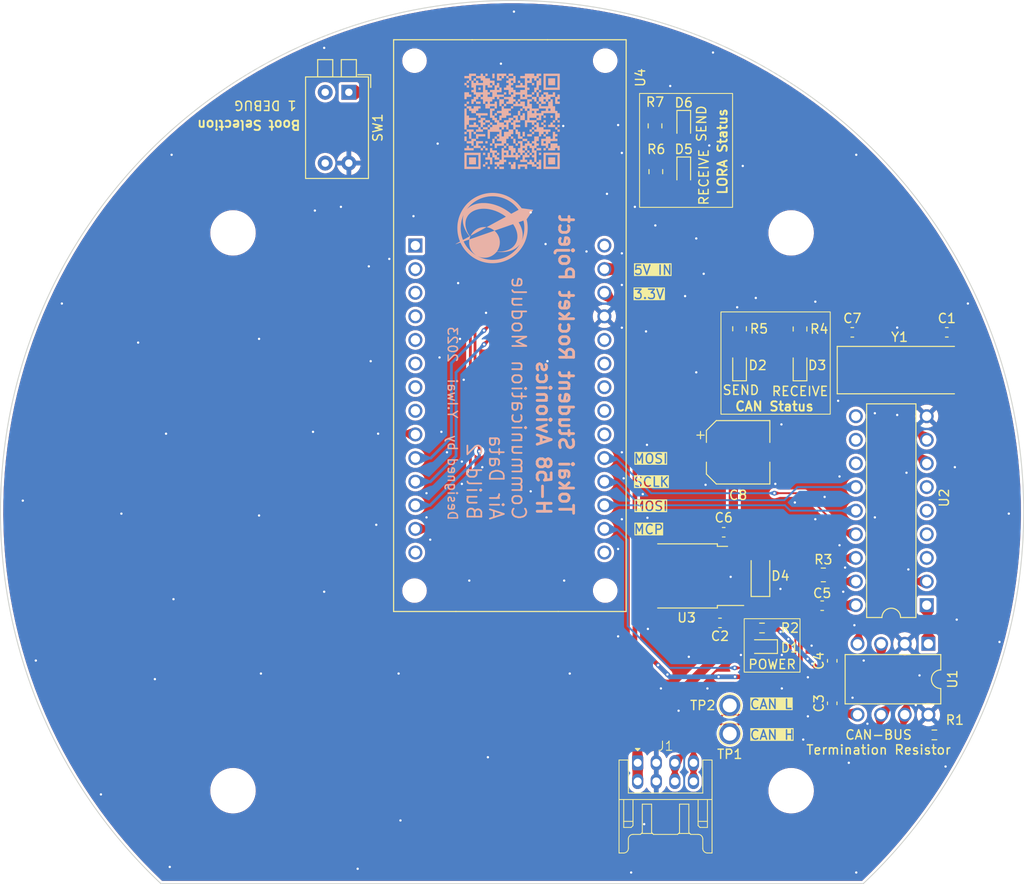
<source format=kicad_pcb>
(kicad_pcb (version 20221018) (generator pcbnew)
  (layers (0 "F.Cu" signal) (31 "B.Cu" signal) (34 "B.Paste" user) (35 "F.Paste" user) (36 "B.SilkS" user "B.Silkscreen") (37 "F.SilkS" user "F.Silkscreen") (38 "B.Mask" user) (39 "F.Mask" user) (44 "Edge.Cuts" user))
  (net 0 "")
  (net 1 "CAN_H")
  (net 2 "GND")
  (net 3 "+5V")
  (net 4 "CAN_L")
  (net 5 "+3.3V")
  (net 6 "CAN_TX")
  (net 7 "CAN_RX")
  (net 8 "OSC1")
  (net 9 "OSC2")
  (net 10 "SPI_CS_MCP")
  (net 11 "SPI_MOSI")
  (net 12 "SPI_SCLK")
  (net 13 "SPI_MISO")
  (net 14 "Net-(D6-A)")
  (net 15 "Net-(U2-~RESET)")
  (net 27 "Net-(D1-A)")
  (net 28 "Net-(D2-A)")
  (net 29 "Net-(D3-A)")
  (net 31 "Net-(D5-A)")
  (net 32 "CAN_RECEIVE_STATUS")
  (net 33 "CAN_SEND_STATUS")
  (net 34 "LORA_RECEIVE_STATUS")
  (net 35 "LORA_SEND_STATUS")
  (net 36 "DEBUG_MODE")
  (net 48 "+12V")
  (footprint "MountingHole:MountingHole_4.5mm" (layer "F.Cu") (at 178.5 75)
    (fp_text reference "REF**" hide)
    (fp_text value "MountingHole_4.5mm" hide)
  )
  (footprint "Capacitor_SMD:C_0603_1608Metric_Pad1.08x0.95mm_HandSolder" (layer "F.Cu") (at 170.85 116.949432 180)
    (fp_text reference "C2")
    (fp_text value "10uF")
  )
  (footprint "Capacitor_SMD:C_0603_1608Metric_Pad1.08x0.95mm_HandSolder" (layer "F.Cu") (at 182.917 125.6002 90)
    (fp_text reference "C3")
    (fp_text value "0.1uF")
  )
  (footprint "Resistor_SMD:R_0805_2012Metric_Pad1.20x1.40mm_HandSolder" (layer "F.Cu") (at 179.4548 85.3377 -90)
    (fp_text reference "R4")
    (fp_text value "100R")
  )
  (footprint "Capacitor_SMD:C_0603_1608Metric_Pad1.08x0.95mm_HandSolder" (layer "F.Cu") (at 195.236 85.695432 180)
    (fp_text reference "C1")
    (fp_text value "15pF")
  )
  (footprint "Capacitor_SMD:C_0603_1608Metric_Pad1.08x0.95mm_HandSolder" (layer "F.Cu") (at 171.25 107.199432 180)
    (fp_text reference "C6")
    (fp_text value "0.1uF")
  )
  (footprint "Hirose_Connector:Hirose_DF11B-8DP-2DS" (layer "F.Cu") (at 162 132)
    (fp_text reference "J1")
    (fp_text value "Conn_01x08")
  )
  (footprint "Crystal:Crystal_SMD_HC49-SD" (layer "F.Cu") (at 190.156 89.759432)
    (fp_text reference "Y1")
    (fp_text value "8MHz")
  )
  (footprint "MountingHole:MountingHole_4.5mm" (layer "F.Cu") (at 118.5 135)
    (fp_text reference "REF**" hide)
    (fp_text value "MountingHole_4.5mm" hide)
  )
  (footprint "ABX00012:ARDUINO_ABX00012" (layer "F.Cu") (at 135.7625 54.225 -90)
    (fp_text reference "U4")
    (fp_text value "ABX00012")
  )
  (footprint "Button_Switch_THT:SW_DIP_SPSTx02_Piano_10.8x6.64mm_W7.62mm_P2.54mm" (layer "F.Cu") (at 130.95 59.874432 -90)
    (fp_text reference "SW1")
    (fp_text value "SW_DIP_x02")
  )
  (footprint "MountingHole:MountingHole_4.5mm" (layer "F.Cu") (at 178.5 135)
    (fp_text reference "REF**" hide)
    (fp_text value "MountingHole_4.5mm" hide)
  )
  (footprint "Resistor_SMD:R_0805_2012Metric_Pad1.20x1.40mm_HandSolder" (layer "F.Cu") (at 163.9548 68.4127 -90)
    (fp_text reference "R6")
    (fp_text value "100R")
  )
  (footprint "Package_DIP:DIP-8_W7.62mm" (layer "F.Cu") (at 193.2548 119.2002 -90)
    (fp_text reference "U1")
    (fp_text value "MCP2562-E-P")
  )
  (footprint "Resistor_SMD:R_0805_2012Metric_Pad1.20x1.40mm_HandSolder" (layer "F.Cu") (at 163.8673 63.4877 -90)
    (fp_text reference "R7")
    (fp_text value "100R")
  )
  (footprint "Connector_Pin:Pin_D1.0mm_L10.0mm" (layer "F.Cu") (at 171.9 128.875432)
    (fp_text reference "TP1")
    (fp_text value "TestPoint")
  )
  (footprint "Capacitor_SMD:C_0603_1608Metric_Pad1.08x0.95mm_HandSolder" (layer "F.Cu") (at 182.917 121.027932 90)
    (fp_text reference "C4")
    (fp_text value "0.1uF")
  )
  (footprint "Capacitor_SMD:C_0603_1608Metric_Pad1.08x0.95mm_HandSolder" (layer "F.Cu") (at 181.8373 115.1002 180)
    (fp_text reference "C5")
    (fp_text value "0.1uF")
  )
  (footprint "Connector_Pin:Pin_D1.0mm_L10.0mm" (layer "F.Cu") (at 171.9 125.827432)
    (fp_text reference "TP2")
    (fp_text value "TestPoint")
  )
  (footprint "Capacitor_SMD:CP_Elec_6.3x5.9" (layer "F.Cu") (at 172.8 98.6002)
    (fp_text reference "C8")
    (fp_text value "47uF")
  )
  (footprint "LED_SMD:LED_0603_1608Metric_Pad1.05x0.95mm_HandSolder" (layer "F.Cu") (at 175.3673 119.5002 180)
    (fp_text reference "D1")
    (fp_text value "RED")
  )
  (footprint "LED_SMD:LED_0603_1608Metric_Pad1.05x0.95mm_HandSolder" (layer "F.Cu") (at 172.9548 89.2502 90)
    (fp_text reference "D2")
    (fp_text value "BLUE")
  )
  (footprint "MountingHole:MountingHole_4.5mm" (layer "F.Cu") (at 118.5 75)
    (fp_text reference "REF**" hide)
    (fp_text value "MountingHole_4.5mm" hide)
  )
  (footprint "Resistor_SMD:R_0805_2012Metric_Pad1.20x1.40mm_HandSolder" (layer "F.Cu") (at 172.9548 85.314432 -90)
    (fp_text reference "R5")
    (fp_text value "100R")
  )
  (footprint "Capacitor_SMD:C_0603_1608Metric_Pad1.08x0.95mm_HandSolder" (layer "F.Cu") (at 185.076 85.695432)
    (fp_text reference "C7")
    (fp_text value "15pF")
  )
  (footprint "LED_SMD:LED_0603_1608Metric_Pad1.05x0.95mm_HandSolder" (layer "F.Cu") (at 179.4548 89.2502 90)
    (fp_text reference "D3")
    (fp_text value "BLUE")
  )
  (footprint "LED_SMD:LED_0603_1608Metric_Pad1.05x0.95mm_HandSolder" (layer "F.Cu") (at 166.9548 68.5002 -90)
    (fp_text reference "D5")
    (fp_text value "BLUE")
  )
  (footprint "LED_SMD:LED_0603_1608Metric_Pad1.05x0.95mm_HandSolder" (layer "F.Cu") (at 166.9548 63.4877 -90)
    (fp_text reference "D6")
    (fp_text value "BLUE")
  )
  (footprint "Resistor_SMD:R_0603_1608Metric_Pad0.98x0.95mm_HandSolder" (layer "F.Cu") (at 175.3673 117.5002 180)
    (fp_text reference "R2")
    (fp_text value "620R")
  )
  (footprint "Package_DIP:DIP-18_W7.62mm" (layer "F.Cu") (at 193.0748 115.0402 180)
    (fp_text reference "U2")
    (fp_text value "MCP2515-I/P")
  )
  (footprint "Diode_SMD:D_SOD-123F" (layer "F.Cu") (at 175.2 111.899432 90)
    (fp_text reference "D4")
    (fp_text value "1N4007")
  )
  (footprint "Package_TO_SOT_SMD:TO-252-2" (layer "F.Cu") (at 167.26 111.899432 180)
    (fp_text reference "U3")
    (fp_text value "NJM7805SDL1")
  )
  (footprint "Resistor_SMD:R_0603_1608Metric_Pad0.98x0.95mm_HandSolder" (layer "F.Cu") (at 193.9 129)
    (fp_text reference "R1")
    (fp_text value "120R")
  )
  (footprint "Resistor_SMD:R_0805_2012Metric_Pad1.20x1.40mm_HandSolder" (layer "F.Cu") (at 181.9623 111.7902)
    (fp_text reference "R3")
    (fp_text value "10kR")
  )
  (footprint "LOGO" (layer "B.Cu") (at 146.5 74.5 90)
    (fp_text reference "G***" hide)
    (fp_text value "LOGO" hide)
  )
  (footprint "LOGO" (layer "B.Cu") (at 148.5 62.999432 90)
    (fp_text reference "G***" hide)
    (fp_text value "LOGO" hide)
  )
  (gr_rect (start 173.4548 116.5002) (end 179.4548 122.2502) (stroke (width 0.1)) (fill none) (layer "F.SilkS"))
  (gr_rect (start 170.9548 83.5002) (end 182.7048 94.5002) (stroke (width 0.1)) (fill none) (layer "F.SilkS"))
  (gr_rect (start 162.2048 60.0002) (end 172.2048 72.2502) (stroke (width 0.1)) (fill none) (layer "F.SilkS"))
  (gr_arc locked (start 110.75 145) (mid 148.5 49.999432) (end 186.25 145) (stroke (width 0.1)) (layer "Edge.Cuts"))
  (gr_line locked (start 186.25 145) (end 110.75 145) (stroke (width 0.1)) (layer "Edge.Cuts"))
  (gr_text "Tokai Student Rocket Poject\nH-58 Avionics" (at 151 105.5 270) (layer "B.SilkS") (effects (font (size 1.5 1.5) (thickness 0.3) bold) (justify left bottom mirror)))
  (gr_text "Designed by 　Y.Iwai 　2023" (at 141.5 106 270) (layer "B.SilkS") (effects (font (size 1 1) (thickness 0.153)) (justify left bottom mirror)))
  (gr_text "Communication Module\nAir Data\nBuild 2" (at 143.5 106 270) (layer "B.SilkS") (effects (font (size 1.5 1.5) (thickness 0.1875)) (justify left bottom mirror)))
  (gr_text "RECEIVE" (at 179.4548 92.6252) (layer "F.SilkS") (effects (font (size 1 1)) (justify bottom)))
  (gr_text "1 DEBUG" (at 125.4 60.699432 180) (layer "F.SilkS") (effects (font (size 1 1) (thickness 0.153)) (justify left bottom)))
  (gr_text "CAN Status" (at 176.7048 94.2502) (layer "F.SilkS") (effects (font (size 1 1) (thickness 0.2) bold) (justify bottom)))
  (gr_text "CAN H" (at 174 128.999432) (layer "F.SilkS" knockout) (effects (font (size 1 1) (thickness 0.153)) (justify left)))
  (gr_text "3.3V" (at 161.5 81.599432) (layer "F.SilkS" knockout) (effects (font (size 1 1) (thickness 0.153)) (justify left)))
  (gr_text "LORA Status" (at 171.7048 66.2502 90) (layer "F.SilkS") (effects (font (size 1 1) (thickness 0.2) bold) (justify bottom)))
  (gr_text "MOSI" (at 161.5 104.399432) (layer "F.SilkS" knockout) (effects (font (size 1 1) (thickness 0.153)) (justify left)))
  (gr_text "RECEIVE" (at 169.7048 69.0002 90) (layer "F.SilkS") (effects (font (size 1 1)) (justify bottom)))
  (gr_text "CAN L" (at 174 125.699432) (layer "F.SilkS" knockout) (effects (font (size 1 1) (thickness 0.153)) (justify left)))
  (gr_text "MCP" (at 161.5 106.899432) (layer "F.SilkS" knockout) (effects (font (size 1 1) (thickness 0.153)) (justify left)))
  (gr_text "5V IN" (at 161.5 78.999432) (layer "F.SilkS" knockout) (effects (font (size 1 1) (thickness 0.153)) (justify left)))
  (gr_text "Boot Selection\n" (at 120.2 62.799432 180) (layer "F.SilkS") (effects (font (size 1 1) (thickness 0.2) bold) (justify bottom)))
  (gr_text "SEND" (at 173.1 92.5002) (layer "F.SilkS") (effects (font (size 1 1)) (justify bottom)))
  (gr_text "POWER" (at 176.4548 122.0002) (layer "F.SilkS") (effects (font (size 1 1)) (justify bottom)))
  (gr_text "SCLK" (at 161.5 101.799432) (layer "F.SilkS" knockout) (effects (font (size 1 1) (thickness 0.153)) (justify left)))
  (gr_text "MOSI" (at 161.5 99.299432) (layer "F.SilkS" knockout) (effects (font (size 1 1) (thickness 0.153)) (justify left)))
  (gr_text "SEND" (at 169.4548 63.2502 90) (layer "F.SilkS") (effects (font (size 1 1)) (justify bottom)))
  (gr_text "CAN-BUS\nTermination Resistor" (at 187.9 129.8) (layer "F.SilkS") (effects (font (size 1 1) (thickness 0.153))))
  (segment (start 168 133.645) (end 167.9548 133.6902) (width 0.2) (layer "F.Cu") (net 1))
  (segment (start 190.7148 126.8202) (end 190.7148 125.7852) (width 0.2) (layer "F.Cu") (net 1))
  (segment (start 195.3 125.8) (end 195.3 126.6875) (width 0.2) (layer "F.Cu") (net 1))
  (segment (start 170.706254 127.859432) (end 168 130.565686) (width 0.2) (layer "F.Cu") (net 1))
  (segment (start 179.314032 127.859432) (end 170.706254 127.859432) (width 0.2) (layer "F.Cu") (net 1))
  (segment (start 180.4546 129) (end 179.314032 127.859432) (width 0.2) (layer "F.Cu") (net 1))
  (segment (start 168 130.565686) (end 168 132) (width 0.2) (layer "F.Cu") (net 1))
  (segment (start 189.7 129) (end 180.4546 129) (width 0.2) (layer "F.Cu") (net 1))
  (segment (start 191.5 125) (end 194.5 125) (width 0.2) (layer "F.Cu") (net 1))
  (segment (start 190.7148 125.7852) (end 191.5 125) (width 0.2) (layer "F.Cu") (net 1))
  (segment (start 168 132) (end 168 134) (width 0.2) (layer "F.Cu") (net 1))
  (segment (start 190.7148 127.9852) (end 189.7 129) (width 0.2) (layer "F.Cu") (net 1))
  (segment (start 195.3 126.6875) (end 192.9875 129) (width 0.2) (layer "F.Cu") (net 1))
  (segment (start 190.7148 126.8202) (end 190.7148 127.9852) (width 0.2) (layer "F.Cu") (net 1))
  (segment (start 194.5 125) (end 195.3 125.8) (width 0.2) (layer "F.Cu") (net 1))
  (via (at 163.1 117.6) (size 0.51) (drill 0.25) (layers "F.Cu" "B.Cu") (net 2))
  (via (at 147.3 56.8) (size 0.51) (drill 0.25) (layers "F.Cu" "B.Cu") (net 2))
  (via (at 166.4 126.4) (size 0.51) (drill 0.25) (layers "F.Cu" "B.Cu") (net 2))
  (via (at 177.456 95.601432) (size 0.51) (drill 0.25) (layers "F.Cu" "B.Cu") (net 2))
  (via (at 156.5 77) (size 0.51) (drill 0.25) (layers "F.Cu" "B.Cu") (net 2))
  (via (at 162.9 85.6) (size 0.51) (drill 0.25) (layers "F.Cu" "B.Cu") (net 2))
  (via (at 200.9 119) (size 0.51) (drill 0.25) (layers "F.Cu" "B.Cu") (net 2))
  (via (at 160.3 105.8) (size 0.51) (drill 0.25) (layers "F.Cu" "B.Cu") (net 2))
  (via (at 190.9 100.8) (size 0.51) (drill 0.25) (layers "F.Cu" "B.Cu") (net 2))
  (via (at 161.3 143.8) (size 0.51) (drill 0.25) (layers "F.Cu" "B.Cu") (net 2))
  (via (at 140.5 65.4) (size 0.51) (drill 0.25) (layers "F.Cu" "B.Cu") (net 2))
  (via (at 185.1 125) (size 0.51) (drill 0.25) (layers "F.Cu" "B.Cu") (net 2))
  (via (at 160.3 77.2) (size 0.51) (drill 0.25) (layers "F.Cu" "B.Cu") (net 2))
  (via (at 100.1 82.6) (size 0.51) (drill 0.25) (layers "F.Cu" "B.Cu") (net 2))
  (via (at 183.7 108.6) (size 0.51) (drill 0.25) (layers "F.Cu" "B.Cu") (net 2))
  (via (at 169.1 79.4) (size 0.51) (drill 0.25) (layers "F.Cu" "B.Cu") (net 2))
  (via (at 121.3 105.4) (size 0.51) (drill 0.25) (layers "F.Cu" "B.Cu") (net 2))
  (via (at 192.3 122.6) (size 0.51) (drill 0.25) (layers "F.Cu" "B.Cu") (net 2))
  (via (at 181.1 105.8) (size 0.51) (drill 0.25) (layers "F.Cu" "B.Cu") (net 2))
  (via (at 180.3 122.8) (size 0.51) (drill 0.25) (layers "F.Cu" "B.Cu") (net 2))
  (via (at 184.3 111) (size 0.51) (drill 0.25) (layers "F.Cu" "B.Cu") (net 2))
  (via (at 191.1 111.2) (size 0.51) (drill 0.25) (layers "F.Cu" "B.Cu") (net 2))
  (via (at 143.1 102) (size 0.51) (drill 0.25) (layers "F.Cu" "B.Cu") (net 2))
  (via (at 167.5 120.6) (size 0.51) (drill 0.25) (layers "F.Cu" "B.Cu") (net 2))
  (via (at 104.3 135.4) (size 0.51) (drill 0.25) (layers "F.Cu" "B.Cu") (net 2))
  (via (at 152.3 88.8) (size 0.51) (drill 0.25) (layers "F.Cu" "B.Cu") (net 2))
  (via (at 179.8 129.499432) (size 0.51) (drill 0.25) (layers "F.Cu" "B.Cu") (net 2))
  (via (at 191.9 125.8) (size 0.51) (drill 0.25) (layers "F.Cu" "B.Cu") (net 2))
  (via (at 121.5 122.4) (size 0.51) (drill 0.25) (layers "F.Cu" "B.Cu") (net 2))
  (via (at 184.1 113.6) (size 0.51) (drill 0.25) (layers "F.Cu" "B.Cu") (net 2))
  (via (at 111.9 66.6) (size 0.51) (drill 0.25) (layers "F.Cu" "B.Cu") (net 2))
  (via (at 184.7 132) (size 0.51) (drill 0.25) (layers "F.Cu" "B.Cu") (net 2))
  (via (at 163.9 74.2) (size 0.51) (drill 0.25) (layers "F.Cu" "B.Cu") (net 2))
  (via (at 185.5 66.6) (size 0.51) (drill 0.25) (layers "F.Cu" "B.Cu") (net 2))
  (via (at 150.5 102.8) (size 0.51) (drill 0.25) (layers "F.Cu" "B.Cu") (net 2))
  (via (at 108.3 86.8) (size 0.51) (drill 0.25) (layers "F.Cu" "B.Cu") (net 2))
  (via (at 160.3 80.6) (size 0.51) (drill 0.25) (layers "F.Cu" "B.Cu") (net 2))
  (via (at 136.5 138.2) (size 0.51) (drill 0.25) (layers "F.Cu" "B.Cu") (net 2))
  (via (at 183.7 101.2) (size 0.51) (drill 0.25) (layers "F.Cu" "B.Cu") (net 2))
  (via (at 163 97.799432) (size 0.51) (drill 0.25) (layers "F.Cu" "B.Cu") (net 2))
  (via (at 134.1 96.6) (size 0.51) (drill 0.25) (layers "F.Cu" "B.Cu") (net 2))
  (via (at 183.552 93.061432) (size 0.51) (drill 0.25) (layers "F.Cu" "B.Cu") (net 2))
  (via (at 189.902 85.187432) (size 0.51) (drill 0.25) (layers "F.Cu" "B.Cu") (net 2))
  (via (at 196.3 116.6) (size 0.51) (drill 0.25) (layers "F.Cu" "B.Cu") (net 2))
  (via (at 187.5 94.4) (size 0.51) (drill 0.25) (layers "F.Cu" "B.Cu") (net 2))
  (via (at 164.5 124) (size 0.51) (drill 0.25) (layers "F.Cu" "B.Cu") (net 2))
  (via (at 110.1 123) (size 0.51) (drill 0.25) (layers "F.Cu" "B.Cu") (net 2))
  (via (at 135.3 77.8) (size 0.51) (drill 0.25) (layers "F.Cu" "B.Cu") (net 2))
  (via (at 148.7 51.2) (size 0.51) (drill 0.25) (layers "F.Cu" "B.Cu") (net 2))
  (via (at 145.9 131.4) (size 0.51) (drill 0.25) (layers "F.Cu" "B.Cu") (net 2))
  (via (at 127.3 72.6) (size 0.51) (drill 0.25) (layers "F.Cu" "B.Cu") (net 2))
  (via (at 97.3 121) (size 0.51) (drill 0.25) (layers "F.Cu" "B.Cu") (net 2))
  (via (at 162.55 103.099432) (size 0.51) (drill 0.25) (layers "F.Cu" "B.Cu") (net 2))
  (via (at 181.1 82.4) (size 0.51) (drill 0.25) (layers "F.Cu" "B.Cu") (net 2))
  (via (at 128.3 113.6) (size 0.51) (drill 0.25) (layers "F.Cu" "B.Cu") (net 2))
  (via (at 172 111.999432) (size 0.51) (drill 0.25) (layers "F.Cu" "B.Cu") (net 2))
  (via (at 139.3 103) (size 0.51) (drill 0.25) (layers "F.Cu" "B.Cu") (net 2))
  (via (at 177.5 124) (size 0.51) (drill 0.25) (layers "F.Cu" "B.Cu") (net 2))
  (via (at 187.5 105.6) (size 0.51) (drill 0.25) (layers "F.Cu" "B.Cu") (net 2))
  (via (at 145.7 83.6) (size 0.51) (drill 0.25) (layers "F.Cu" "B.Cu") (net 2))
  (via (at 162.7 138.6) (size 0.51) (drill 0.25) (layers "F.Cu" "B.Cu") (net 2))
  (via (at 160.3 98.6) (size 0.51) (drill 0.25) (layers "F.Cu" "B.Cu") (net 2))
  (via (at 136.3 122.4) (size 0.51) (drill 0.25) (layers "F.Cu" "B.Cu") (net 2))
  (via (at 165.5 59.2) (size 0.51) (drill 0.25) (layers "F.Cu" "B.Cu") (net 2))
  (via (at 163.05 105.649432) (size 0.51) (drill 0.25) (layers "F.Cu" "B.Cu") (net 2))
  (via (at 111.3 96.6) (size 0.51) (drill 0.25) (layers "F.Cu" "B.Cu") (net 2))
  (via (at 106.5 105.2) (size 0.51) (drill 0.25) (layers "F.Cu" "B.Cu") (net 2))
  (via (at 160.5 101.4) (size 0.51) (drill 0.25) (layers "F.Cu" "B.Cu") (net 2))
  (via (at 150.5 72.8) (size 0.51) (drill 0.25) (layers "F.Cu" "B.Cu") (net 2))
  (via (at 168.3 75.6) (size 0.51) (drill 0.25) (layers "F.Cu" "B.Cu") (net 2))
  (via (at 173.3 67.8) (size 0.51) (drill 0.25) (layers "F.Cu" "B.Cu") (net 2))
  (via (at 143.1 99.6) (size 0.51) (drill 0.25) (layers "F.Cu" "B.Cu") (net 2))
  (via (at 169.5 124) (size 0.51) (drill 0.25) (layers "F.Cu" "B.Cu") (net 2))
  (via (at 130.1 72.2) (size 0.51) (drill 0.25) (layers "F.Cu" "B.Cu") (net 2))
  (via (at 177.5 120.4) (size 0.51) (drill 0.25) (layers "F.Cu" "B.Cu") (net 2))
  (via (at 195.1 132.4) (size 0.51) (drill 0.25) (layers "F.Cu" "B.Cu") (net 2))
  (via (at 139.3 105.6) (size 0.51) (drill 0.25) (layers "F.Cu" "B.Cu") (net 2))
  (via (at 143.3 90.8) (size 0.51) (drill 0.25) (layers "F.Cu" "B.Cu") (net 2))
  (via (at 178.9 104) (size 0.51) (drill 0.25) (layers "F.Cu" "B.Cu") (net 2))
  (via (at 167.1 81.8) (size 0.51) (drill 0.25) (layers "F.Cu" "B.Cu") (net 2))
  (via (at 159.9 109) (size 0.51) (drill 0.25) (layers "F.Cu" "B.Cu") (net 2))
  (via (at 186.3 121) (size 0.51) (drill 0.25) (layers "F.Cu" "B.Cu") (net 2))
  (via (at 143.9 112.4) (size 0.51) (drill 0.25) (layers "F.Cu" "B.Cu") (net 2))
  (via (at 160.3 85.2) (size 0.51) (drill 0.25) (layers "F.Cu" "B.Cu") (net 2))
  (via (at 95.9 103.8) (size 0.51) (drill 0.25) (layers "F.Cu" "B.Cu") (net 2))
  (via (at 142.7 80.4) (size 0.51) (drill 0.25) (layers "F.Cu" "B.Cu") (net 2))
  (via (at 154.1 112.4) (size 0.51) (drill 0.25) (layers "F.Cu" "B.Cu") (net 2))
  (via (at 169.3 102.099432) (size 0.51) (drill 0.25) (layers "F.Cu" "B.Cu") (net 2))
  (via (at 128.3 55.099432) (size 0.51) (drill 0.25) (layers "F.Cu" "B.Cu") (net 2))
  (via (at 160.3 66.4) (size 0.51) (drill 0.25) (layers "F.Cu" "B.Cu") (net 2))
  (via (at 145.3 100.2) (size 0.51) (drill 0.25) (layers "F.Cu" "B.Cu") (net 2))
  (via (at 196.1 100.2) (size 0.51) (drill 0.25) (layers "F.Cu" "B.Cu") (net 2))
  (via (at 133.9 106.4) (size 0.51) (drill 0.25) (layers "F.Cu" "B.Cu") (net 2))
  (via (at 152.1 76.2) (size 0.51) (drill 0.25) (layers "F.Cu" "B.Cu") (net 2))
  (via (at 185.3 117.2) (size 0.51) (drill 0.25) (layers "F.Cu" "B.Cu") (net 2))
  (via (at 112.1 114.4) (size 0.51) (drill 0.25) (layers "F.Cu" "B.Cu") (net 2))
  (via (at 174.7 82) (size 0.51) (drill 0.25) (layers "F.Cu" "B.Cu") (net 2))
  (via (at 173.1 120.4) (size 0.51) (drill 0.25) (layers "F.Cu" "B.Cu") (net 2))
  (via (at 167.9 116.8) (size 0.51) (drill 0.25) (layers "F.Cu" "B.Cu") (net 2))
  (via (at 141.5 98.6) (size 0.51) (drill 0.25) (layers "F.Cu" "B.Cu") (net 2))
  (via (at 170.1 55.6) (size 0.51) (drill 0.25) (layers "F.Cu" "B.Cu") (net 2))
  (via (at 137.9 73.2) (size 0.51) (drill 0.25) (layers "F.Cu" "B.Cu") (net 2))
  (via (at 121.3 86.4) (size 0.51) (drill 0.25) (layers "F.Cu" "B.Cu") (net 2))
  (via (at 172.7 83) (size 0.51) (drill 0.25) (layers "F.Cu" "B.Cu") (net 2))
  (via (at 159.9 118.4) (size 0.51) (drill 0.25) (layers "F.Cu" "B.Cu") (net 2))
  (via (at 158.7 70.8) (size 0.51) (drill 0.25) (layers "F.Cu" "B.Cu") (net 2))
  (via (at 139.7 108) (size 0.51) (drill 0.25) (layers "F.Cu" "B.Cu") (net 2))
  (via (at 168.3 90) (size 0.51) (drill 0.25) (layers "F.Cu" "B.Cu") (net 2))
  (via (at 169.7 65.6) (size 0.51) (drill 0.25) (layers "F.Cu" "B.Cu") (net 2))
  (via (at 189.902 94.585432) (size 0.51) (drill 0.25) (layers "F.Cu" "B.Cu") (net 2))
  (via (at 161.7 72.2) (size 0.51) (drill 0.25) (layers "F.Cu" "B.Cu") (net 2))
  (via (at 185.5 143.8) (size 0.51) (drill 0.25) (layers "F.Cu" "B.Cu") (net 2))
  (via (at 133.3 88.8) (size 0.51) (drill 0.25) (layers "F.Cu" "B.Cu") (net 2))
  (via (at 127.1 96.4) (size 0.51) (drill 0.25) (layers "F.Cu" "B.Cu") (net 2))
  (via (at 197.5 82.6) (size 0.51) (drill 0.25) (layers "F.Cu" "B.Cu") (net 2))
  (via (at 180.7 119.4) (size 0.51) (drill 0.25) (layers "F.Cu" "B.Cu") (net 2))
  (via (at 177.35 113.299432) (size 0.51) (drill 0.25) (layers "F.Cu" "B.Cu") (net 2))
  (via (at 111.7 143.2) (size 0.51) (drill 0.25) (layers "F.Cu" "B.Cu") (net 2))
  (via (at 201.9 105.2) (size 0.51) (drill 0.25) (layers "F.Cu" "B.Cu") (net 2))
  (via (at 176.8 101.999432) (size 0.51) (drill 0.25) (layers "F.Cu" "B.Cu") (net 2))
  (via (at 140.9 96.4) (size 0.51) (drill 0.25) (layers "F.Cu" "B.Cu") (net 2))
  (via (at 182.1 103.4) (size 0.51) (drill 0.25) (layers "F.Cu" "B.Cu") (net 2))
  (via (at 133.1 78.6) (size 0.51) (drill 0.25) (layers "F.Cu" "B.Cu") (net 2))
  (via (at 186.7 127.8) (size 0.51) (drill 0.25) (layers "F.Cu" "B.Cu") (net 2))
  (via (at 131.9 143.4) (size 0.51) (drill 0.25) (layers "F.Cu" "B.Cu") (net 2))
  (via (at 159.9 63.4) (size 0.51) (drill 0.25) (layers "F.Cu" "B.Cu") (net 2))
  (via (at 180.3 127) (size 0.51) (drill 0.25) (layers "F.Cu" "B.Cu") (net 2))
  (via (at 154.7 122.4) (size 0.51) (drill 0.25) (layers "F.Cu" "B.Cu") (net 2))
  (via (at 142.9 86.4) (size 0.51) (drill 0.25) (layers "F.Cu" "B.Cu") (net 2))
  (via (at 154 63.5) (size 0.51) (drill 0.25) (layers "F.Cu" "B.Cu") (net 2))
  (via (at 140.7 88.4) (size 0.51) (drill 0.25) (layers "F.Cu" "B.Cu") (net 2))
  (segment (start 164.4548 81.0002) (end 162.3546 78.9) (width 1) (layer "F.Cu") (net 3))
  (segment (start 177.3773 117.9227) (end 176.9548 117.5002) (width 0.5) (layer "F.Cu") (net 3))
  (segment (start 178.1546 118.7) (end 178.2 118.7) (width 0.5) (layer "F.Cu") (net 3))
  (segment (start 174.32 109.619432) (end 175.2 110.499432) (width 1) (layer "F.Cu") (net 3))
  (segment (start 169.7548 98.6002) (end 172.2875 101.1329) (width 1) (layer "F.Cu") (net 3))
  (segment (start 172.3 109.619432) (end 174.32 109.619432) (width 1) (layer "F.Cu") (net 3))
  (segment (start 172.2875 109.606932) (end 172.3 109.619432) (width 1) (layer "F.Cu") (net 3))
  (segment (start 164.4548 93.5002) (end 164.4548 81.0002) (width 1) (layer "F.Cu") (net 3))
  (segment (start 176.2798 117.5002) (end 176.2798 116.619632) (width 0.5) (layer "F.Cu") (net 3))
  (segment (start 176.2798 116.619632) (end 178.9 113.999432) (width 0.5) (layer "F.Cu") (net 3))
  (segment (start 177.7 110.499432) (end 175.2 110.499432) (width 0.5) (layer "F.Cu") (net 3))
  (segment (start 188.1748 120.7802) (end 188.1748 119.2002) (width 0.5) (layer "F.Cu") (net 3))
  (segment (start 162.3546 78.9) (end 158.4 78.9) (width 1) (layer "F.Cu") (net 3))
  (segment (start 178.9 113.999432) (end 178.9 111.699432) (width 0.5) (layer "F.Cu") (net 3))
  (segment (start 172.2875 101.1329) (end 172.2875 107.199432) (width 1) (layer "F.Cu") (net 3))
  (segment (start 169.5548 98.6002) (end 164.4548 93.5002) (width 1) (layer "F.Cu") (net 3))
  (segment (start 180.7773 121.3227) (end 181.4923 122.0377) (width 0.5) (layer "F.Cu") (net 3))
  (segment (start 172.2875 107.199432) (end 172.2875 109.606932) (width 1) (layer "F.Cu") (net 3))
  (segment (start 177.3773 117.9227) (end 178.1546 118.7) (width 0.5) (layer "F.Cu") (net 3))
  (segment (start 186.9173 122.0377) (end 188.1748 120.7802) (width 0.5) (layer "F.Cu") (net 3))
  (segment (start 182.2548 122.0377) (end 186.9173 122.0377) (width 0.5) (layer "F.Cu") (net 3))
  (segment (start 181.4923 122.0377) (end 182.2548 122.0377) (width 0.5) (layer "F.Cu") (net 3))
  (segment (start 176.9548 117.5002) (end 176.2798 117.5002) (width 0.5) (layer "F.Cu") (net 3))
  (segment (start 180.2773 120.8227) (end 180.7773 121.3227) (width 0.5) (layer "F.Cu") (net 3))
  (segment (start 178.9 111.699432) (end 177.7 110.499432) (width 0.5) (layer "F.Cu") (net 3))
  (via (at 177.3773 117.9227) (size 0.51) (drill 0.25) (layers "F.Cu" "B.Cu") (net 3))
  (via (at 180.2773 120.8227) (size 0.51) (drill 0.25) (layers "F.Cu" "B.Cu") (net 3))
  (via (at 180.7773 121.3227) (size 0.51) (drill 0.25) (layers "F.Cu" "B.Cu") (net 3))
  (via (at 178.2 118.7) (size 0.51) (drill 0.25) (layers "F.Cu" "B.Cu") (net 3))
  (segment (start 177.3773 117.9227) (end 180.7773 121.3227) (width 0.5) (layer "B.Cu") (net 3))
  (segment (start 166 134) (end 166 132) (width 0.2) (layer "F.Cu") (net 4))
  (segment (start 180.620286 128.6) (end 179.479717 127.459432) (width 0.2) (layer "F.Cu") (net 4))
  (segment (start 187.5 128.6) (end 180.620286 128.6) (width 0.2) (layer "F.Cu") (net 4))
  (segment (start 195.7 125.634314) (end 195.7 128.1125) (width 0.2) (layer "F.Cu") (net 4))
  (segment (start 190.395 124.6) (end 194.665686 124.6) (width 0.2) (layer "F.Cu") (net 4))
  (segment (start 171.156568 126.843432) (end 166 132) (width 0.2) (layer "F.Cu") (net 4))
  (segment (start 173.392 126.843432) (end 171.156568 126.843432) (width 0.2) (layer "F.Cu") (net 4))
  (segment (start 179.479717 127.459432) (end 174.008 127.459432) (width 0.2) (layer "F.Cu") (net 4))
  (segment (start 194.665686 124.6) (end 195.7 125.634314) (width 0.2) (layer "F.Cu") (net 4))
  (segment (start 174.008 127.459432) (end 173.392 126.843432) (width 0.2) (layer "F.Cu") (net 4))
  (segment (start 188.1748 126.8202) (end 190.395 124.6) (width 0.2) (layer "F.Cu") (net 4))
  (segment (start 188.1748 127.9252) (end 187.5 128.6) (width 0.2) (layer "F.Cu") (net 4))
  (segment (start 195.7 128.1125) (end 194.8125 129) (width 0.2) (layer "F.Cu") (net 4))
  (segment (start 188.1748 126.8202) (end 188.1748 127.9252) (width 0.2) (layer "F.Cu") (net 4))
  (segment (start 179.4548 123.5002) (end 179.4548 124.5002) (width 0.5) (layer "F.Cu") (net 5))
  (segment (start 182.8748 114.1702) (end 182.8748 115.1002) (width 0.5) (layer "F.Cu") (net 5))
  (segment (start 181.5923 126.6377) (end 182.2548 126.6377) (width 0.5) (layer "F.Cu") (net 5))
  (segment (start 172.4548 122.7502) (end 178.7048 122.7502) (width 0.5) (layer "F.Cu") (net 5))
  (segment (start 185.4548 115.0402) (end 182.9348 115.0402) (width 0.5) (layer "F.Cu") (net 5))
  (segment (start 170.7 122.7502) (end 172.4548 122.7502) (width 0.5) (layer "F.Cu") (net 5))
  (segment (start 179.4548 124.5002) (end 181.5923 126.6377) (width 0.5) (layer "F.Cu") (net 5))
  (segment (start 179.5 118.475) (end 182.8748 115.1002) (width 0.5) (layer "F.Cu") (net 5))
  (segment (start 182.2548 126.6377) (end 185.4523 126.6377) (width 0.5) (layer "F.Cu") (net 5))
  (segment (start 181.0498 112.3452) (end 182.8748 114.1702) (width 0.5) (layer "F.Cu") (net 5))
  (segment (start 161.7048 84.7675) (end 158.3998 81.4625) (width 0.5) (layer "F.Cu") (net 5))
  (segment (start 178.7048 122.7502) (end 179.4548 123.5002) (width 0.5) (layer "F.Cu") (net 5))
  (segment (start 178.7048 122.7502) (end 179.5 121.955) (width 0.5) (layer "F.Cu") (net 5))
  (segment (start 165.2 122.5) (end 165.2 122.4954) (width 0.5) (layer "F.Cu") (net 5))
  (segment (start 161.7048 119.0002) (end 161.7048 84.7675) (width 0.5) (layer "F.Cu") (net 5))
  (segment (start 165.2 122.4954) (end 161.7048 119.0002) (width 0.5) (layer "F.Cu") (net 5))
  (segment (start 179.5 121.955) (end 179.5 118.475) (width 0.5) (layer "F.Cu") (net 5))
  (segment (start 181.0498 111.7902) (end 181.0498 112.3452) (width 0.5) (layer "F.Cu") (net 5))
  (via (at 164.2 121.5) (size 0.51) (drill 0.25) (layers "F.Cu" "B.Cu") (net 5))
  (via (at 165.2 122.5) (size 0.51) (drill 0.25) (layers "F.Cu" "B.Cu") (net 5))
  (via (at 172.4548 122.7502) (size 0.51) (drill 0.25) (layers "F.Cu" "B.Cu") (net 5))
  (via (at 170.7 122.7502) (size 0.51) (drill 0.25) (layers "F.Cu" "B.Cu") (net 5))
  (segment (start 172.4548 122.7502) (end 165.4502 122.7502) (width 0.5) (layer "B.Cu") (net 5))
  (segment (start 165.2 122.5) (end 164.2 121.5) (width 0.5) (layer "B.Cu") (net 5))
  (segment (start 165.4502 122.7502) (end 165.2 122.5) (width 0.5) (layer "B.Cu") (net 5))
  (segment (start 193.2548 119.2002) (end 193.2548 115.2202) (width 0.2) (layer "F.Cu") (net 6))
  (segment (start 185.6348 118.0702) (end 191.2048 112.5002) (width 0.2) (layer "F.Cu") (net 7))
  (segment (start 185.6348 119.2002) (end 185.6348 118.0702) (width 0.2) (layer "F.Cu") (net 7))
  (segment (start 191.2048 112.5002) (end 193.0748 112.5002) (width 0.2) (layer "F.Cu") (net 7))
  (segment (start 191.0923 95.2777) (end 193.0748 97.2602) (width 0.3) (layer "F.Cu") (net 8))
  (segment (start 194.3735 85.695432) (end 194.406 85.727932) (width 0.2) (layer "F.Cu") (net 8))
  (segment (start 194.406 89.759432) (end 192.333068 89.759432) (width 0.3) (layer "F.Cu") (net 8))
  (segment (start 192.95 89.759432) (end 191.0923 91.617132) (width 0.3) (layer "F.Cu") (net 8))
  (segment (start 194.406 89.759432) (end 192.95 89.759432) (width 0.3) (layer "F.Cu") (net 8))
  (segment (start 194.406 85.727932) (end 194.406 89.759432) (width 0.2) (layer "F.Cu") (net 8))
  (segment (start 191.0923 91.617132) (end 191.0923 95.2777) (width 0.3) (layer "F.Cu") (net 8))
  (segment (start 185.906 89.759432) (end 187.108 89.759432) (width 0.3) (layer "F.Cu") (net 9))
  (segment (start 185.906 89.759432) (end 187.362 89.759432) (width 0.3) (layer "F.Cu") (net 9))
  (segment (start 188.8173 95.5427) (end 193.0748 99.8002) (width 0.3) (layer "F.Cu") (net 9))
  (segment (start 185.9385 85.695432) (end 185.906 85.727932) (width 0.2) (layer "F.Cu") (net 9))
  (segment (start 187.108 89.759432) (end 188.8173 91.468732) (width 0.3) (layer "F.Cu") (net 9))
  (segment (start 188.8173 91.468732) (end 188.8173 95.5427) (width 0.3) (layer "F.Cu") (net 9))
  (segment (start 185.906 85.727932) (end 185.906 89.759432) (width 0.2) (layer "F.Cu") (net 9))
  (segment (start 179.7 117.299432) (end 179.7 110.899432) (width 0.2) (layer "F.Cu") (net 10))
  (segment (start 178.95 118.049432) (end 179.7 117.299432) (width 0.2) (layer "F.Cu") (net 10))
  (segment (start 180.599432 110) (end 185.43 110) (width 0.2) (layer "F.Cu") (net 10))
  (segment (start 177.709503 121.790497) (end 178.95 120.55) (width 0.2) (layer "F.Cu") (net 10))
  (segment (start 172.43 121.790497) (end 177.709503 121.790497) (width 0.2) (layer "F.Cu") (net 10))
  (segment (start 179.7 110.899432) (end 180.599432 110) (width 0.2) (layer "F.Cu") (net 10))
  (segment (start 178.95 120.55) (end 178.95 118.049432) (width 0.2) (layer "F.Cu") (net 10))
  (via (at 172.43 121.790497) (size 0.51) (drill 0.25) (layers "F.Cu" "B.Cu") (net 10))
  (segment (start 160.93 117.29) (end 160.93 108.04) (width 0.2) (layer "B.Cu") (net 10))
  (segment (start 160.93 108.04) (end 159.7698 106.8798) (width 0.2) (layer "B.Cu") (net 10))
  (segment (start 165.430497 121.790497) (end 160.93 117.29) (width 0.2) (layer "B.Cu") (net 10))
  (segment (start 159.7698 106.8798) (end 158.3525 106.8798) (width 0.2) (layer "B.Cu") (net 10))
  (segment (start 172.43 121.790497) (end 165.430497 121.790497) (width 0.2) (layer "B.Cu") (net 10))
  (segment (start 158.4 104.3) (end 177.8273 104.3) (width 0.2) (layer "B.Cu") (net 11))
  (segment (start 178.4075 104.8802) (end 185.4548 104.8802) (width 0.2) (layer "B.Cu") (net 11))
  (segment (start 177.8273 104.3) (end 178.4075 104.8802) (width 0.2) (layer "B.Cu") (net 11))
  (segment (start 161.7275 103.7502) (end 177.7773 103.7502) (width 0.2) (layer "B.Cu") (net 12))
  (segment (start 179.1873 102.3402) (end 185.4548 102.3402) (width 0.2) (layer "B.Cu") (net 12))
  (segment (start 159.7371 101.7598) (end 161.7275 103.7502) (width 0.2) (layer "B.Cu") (net 12))
  (segment (start 177.7773 103.7502) (end 179.1873 102.3402) (width 0.2) (layer "B.Cu") (net 12))
  (segment (start 158.3998 101.7598) (end 159.7371 101.7598) (width 0.2) (layer "B.Cu") (net 12))
  (segment (start 179.9548 103.0002) (end 184.3748 107.4202) (width 0.2) (layer "F.Cu") (net 13))
  (segment (start 184.3748 107.4202) (end 185.4548 107.4202) (width 0.2) (layer "F.Cu") (net 13))
  (segment (start 176.7 103.0002) (end 179.9548 103.0002) (width 0.2) (layer "F.Cu") (net 13))
  (via (at 176.7 103.0002) (size 0.51) (drill 0.25) (layers "F.Cu" "B.Cu") (net 13))
  (segment (start 163.4548 103.0002) (end 159.6744 99.2198) (width 0.2) (layer "B.Cu") (net 13))
  (segment (start 159.6744 99.2198) (end 158.3998 99.2198) (width 0.2) (layer "B.Cu") (net 13))
  (segment (start 176.7 103.0002) (end 163.4548 103.0002) (width 0.2) (layer "B.Cu") (net 13))
  (segment (start 163.8673 64.4002) (end 166.9173 64.4002) (width 0.3) (layer "F.Cu") (net 14))
  (segment (start 185.4548 112.5002) (end 183.5848 112.5002) (width 0.25) (layer "F.Cu") (net 15))
  (segment (start 183.5848 112.5002) (end 182.8748 111.7902) (width 0.25) (layer "F.Cu") (net 15))
  (segment (start 174.4548 117.5002) (end 174.4548 119.4627) (width 0.25) (layer "F.Cu") (net 27))
  (segment (start 172.9548 88.3752) (end 172.9548 86.4127) (width 0.3) (layer "F.Cu") (net 28))
  (segment (start 179.4548 88.3752) (end 179.4548 86.2502) (width 0.3) (layer "F.Cu") (net 29))
  (segment (start 163.9548 69.3252) (end 166.9048 69.3252) (width 0.3) (layer "F.Cu") (net 31))
  (segment (start 164.2048 73.2502) (end 175.3798 84.4252) (width 0.3) (layer "F.Cu") (net 32))
  (segment (start 157.7271 73.2502) (end 164.2048 73.2502) (width 0.3) (layer "F.Cu") (net 32))
  (segment (start 145.4773 85.5) (end 157.7271 73.2502) (width 0.3) (layer "F.Cu") (net 32))
  (segment (start 175.3798 84.4252) (end 179.4548 84.4252) (width 0.3) (layer "F.Cu") (net 32))
  (via (at 145.4773 85.5) (size 0.51) (drill 0.25) (layers "F.Cu" "B.Cu") (net 32))
  (segment (start 141.9773 97) (end 139.7575 99.2198) (width 0.3) (layer "B.Cu") (net 32))
  (segment (start 141.9773 89) (end 141.9773 97) (width 0.3) (layer "B.Cu") (net 32))
  (segment (start 145.4773 85.5) (end 141.9773 89) (width 0.3) (layer "B.Cu") (net 32))
  (segment (start 139.7575 99.2198) (end 138.0798 99.2198) (width 0.3) (layer "B.Cu") (net 32))
  (segment (start 146.4773 85.207106) (end 157.934206 73.7502) (width 0.3) (layer "F.Cu") (net 33))
  (segment (start 145.489599 87) (end 146.4773 86.012299) (width 0.3) (layer "F.Cu") (net 33))
  (segment (start 157.934206 73.7502) (end 162.1173 73.7502) (width 0.3) (layer "F.Cu") (net 33))
  (segment (start 162.1173 73.7502) (end 172.9548 84.5877) (width 0.3) (layer "F.Cu") (net 33))
  (segment (start 146.4773 86.012299) (end 146.4773 85.207106) (width 0.3) (layer "F.Cu") (net 33))
  (via (at 145.489599 87) (size 0.51) (drill 0.25) (layers "F.Cu" "B.Cu") (net 33))
  (segment (start 139.7175 101.7598) (end 138.0798 101.7598) (width 0.3) (layer "B.Cu") (net 33))
  (segment (start 142.4773 90.012299) (end 142.4773 99) (width 0.3) (layer "B.Cu") (net 33))
  (segment (start 142.4773 99) (end 139.7175 101.7598) (width 0.3) (layer "B.Cu") (net 33))
  (segment (start 145.489599 87) (end 142.4773 90.012299) (width 0.3) (layer "B.Cu") (net 33))
  (segment (start 144.9773 98.5) (end 144.9773 98) (width 0.3) (layer "F.Cu") (net 34))
  (segment (start 144.515 81.647106) (end 158.661906 67.5002) (width 0.3) (layer "F.Cu") (net 34))
  (segment (start 144.515 97.5377) (end 144.515 81.647106) (width 0.3) (layer "F.Cu") (net 34))
  (segment (start 158.661906 67.5002) (end 163.9548 67.5002) (width 0.3) (layer "F.Cu") (net 34))
  (segment (start 144.9773 98) (end 144.515 97.5377) (width 0.3) (layer "F.Cu") (net 34))
  (via (at 144.9773 98.5) (size 0.51) (drill 0.25) (layers "F.Cu" "B.Cu") (net 34))
  (segment (start 144.9773 99) (end 139.6775 104.2998) (width 0.3) (layer "B.Cu") (net 34))
  (segment (start 144.9773 98.5) (end 144.9773 99) (width 0.3) (layer "B.Cu") (net 34))
  (segment (start 139.6775 104.2998) (end 138.0798 104.2998) (width 0.3) (layer "B.Cu") (net 34))
  (segment (start 144.015 102.4623) (end 139.6375 106.8398) (width 0.3) (layer "F.Cu") (net 35))
  (segment (start 139.6375 106.8398) (end 138.0798 106.8398) (width 0.3) (layer "F.Cu") (net 35))
  (segment (start 144.015 81.44) (end 144.015 102.4623) (width 0.3) (layer "F.Cu") (net 35))
  (segment (start 163.8673 62.5752) (end 162.8798 62.5752) (width 0.3) (layer "F.Cu") (net 35))
  (segment (start 162.8798 62.5752) (end 144.015 81.44) (width 0.3) (layer "F.Cu") (net 35))
  (segment (start 130.95 59.874432) (end 133.475 59.874432) (width 0.3) (layer "F.Cu") (net 36))
  (segment (start 134.4773 94.28865) (end 136.86845 96.6798) (width 0.3) (layer "F.Cu") (net 36))
  (segment (start 134.4773 60.876732) (end 134.4773 94.28865) (width 0.3) (layer "F.Cu") (net 36))
  (segment (start 133.475 59.874432) (end 134.4773 60.876732) (width 0.3) (layer "F.Cu") (net 36))
  (segment (start 136.86845 96.6798) (end 138.0798 96.6798) (width 0.3) (layer "F.Cu") (net 36))
  (segment (start 161.9548 131.9548) (end 161.9548 129.1002) (width 1) (layer "F.Cu") (net 48))
  (segment (start 162 132) (end 161.9548 131.9548) (width 1) (layer "F.Cu") (net 48))
  (segment (start 162 132) (end 162 134) (width 1) (layer "F.Cu") (net 48))
  (segment (start 174.32 114.179432) (end 175.2 113.299432) (width 1) (layer "F.Cu") (net 48))
  (segment (start 172.3 114.179432) (end 174.32 114.179432) (width 1) (layer "F.Cu") (net 48))
  (segment (start 171.8875 119.1675) (end 171.8875 116.949432) (width 1) (layer "F.Cu") (net 48))
  (segment (start 161.9548 129.1002) (end 171.8875 119.1675) (width 1) (layer "F.Cu") (net 48))
  (segment (start 171.8875 116.949432) (end 172.3 116.536932) (width 1) (layer "F.Cu") (net 48))
  (segment (start 172.3 116.536932) (end 172.3 114.179432) (width 1) (layer "F.Cu") (net 48))
  (zone (net 0) (net_name "") (layer "F.Cu") (connect_pads (clearance 0)) (min_thickness 0.127)
    (keepout (tracks allowed) (vias allowed) (pads allowed) (copperpour not_allowed) (footprints allowed))
    (fill (thermal_gap 0.5) (thermal_bridge_width 0.5))
    (polygon (pts (xy 183.5 120.2) (xy 183.5 121.6) (xy 183.3 121.4) (xy 183.3 120.2)))
  )
  (zone (net 0) (net_name "") (layer "F.Cu") (connect_pads (clearance 0)) (min_thickness 0.25)
    (keepout (tracks allowed) (vias allowed) (pads allowed) (copperpour not_allowed) (footprints allowed))
    (fill (thermal_gap 0.5) (thermal_bridge_width 0.5))
    (polygon (pts (xy 177.4 109.999432) (xy 177.4 110.999432) (xy 177.6 110.999432) (xy 177.6 110.099432)))
  )
  (zone (net 2) (net_name "GND") (layers "F&B.Cu") (connect_pads (clearance 0.3)) (min_thickness 0.127) (fill yes (thermal_gap 0.5) (thermal_bridge_width 0.5))
    (polygon (pts (arc (start 186.25 145) (mid 148.5 49.999432) (end 110.75 145))))
  )
  (zone (net 0) (net_name "") (layers "F.Cu" "Edge.Cuts") (connect_pads (clearance 0)) (min_thickness 0.25)
    (keepout (tracks allowed) (vias allowed) (pads allowed) (copperpour not_allowed) (footprints allowed))
    (fill (thermal_gap 0.5) (thermal_bridge_width 0.5))
    (polygon (pts (xy 166.28 134.971432) (xy 167.804 134.971432) (xy 167.55 134.717432) (xy 166.534 134.717432)))
  )
  (zone (net 0) (net_name "") (layer "B.Cu") (connect_pads (clearance 0)) (min_thickness 0.127)
    (keepout (tracks allowed) (vias allowed) (pads allowed) (copperpour not_allowed) (footprints allowed))
    (fill (thermal_gap 0.5) (thermal_bridge_width 0.5))
    (polygon (pts (xy 176.9 102.6) (xy 178.7 102.6) (xy 178.5 102.8) (xy 176.9 102.8)))
  )
)
</source>
